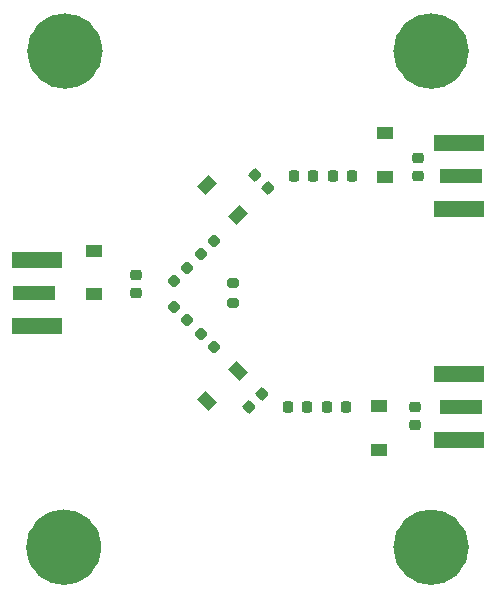
<source format=gbr>
G04 #@! TF.GenerationSoftware,KiCad,Pcbnew,(6.0.4)*
G04 #@! TF.CreationDate,2022-07-08T01:04:45-04:00*
G04 #@! TF.ProjectId,power_divider,706f7765-725f-4646-9976-696465722e6b,Version 2*
G04 #@! TF.SameCoordinates,Original*
G04 #@! TF.FileFunction,Soldermask,Top*
G04 #@! TF.FilePolarity,Negative*
%FSLAX46Y46*%
G04 Gerber Fmt 4.6, Leading zero omitted, Abs format (unit mm)*
G04 Created by KiCad (PCBNEW (6.0.4)) date 2022-07-08 01:04:45*
%MOMM*%
%LPD*%
G01*
G04 APERTURE LIST*
G04 Aperture macros list*
%AMRoundRect*
0 Rectangle with rounded corners*
0 $1 Rounding radius*
0 $2 $3 $4 $5 $6 $7 $8 $9 X,Y pos of 4 corners*
0 Add a 4 corners polygon primitive as box body*
4,1,4,$2,$3,$4,$5,$6,$7,$8,$9,$2,$3,0*
0 Add four circle primitives for the rounded corners*
1,1,$1+$1,$2,$3*
1,1,$1+$1,$4,$5*
1,1,$1+$1,$6,$7*
1,1,$1+$1,$8,$9*
0 Add four rect primitives between the rounded corners*
20,1,$1+$1,$2,$3,$4,$5,0*
20,1,$1+$1,$4,$5,$6,$7,0*
20,1,$1+$1,$6,$7,$8,$9,0*
20,1,$1+$1,$8,$9,$2,$3,0*%
%AMRotRect*
0 Rectangle, with rotation*
0 The origin of the aperture is its center*
0 $1 length*
0 $2 width*
0 $3 Rotation angle, in degrees counterclockwise*
0 Add horizontal line*
21,1,$1,$2,0,0,$3*%
G04 Aperture macros list end*
%ADD10C,3.175465*%
%ADD11RoundRect,0.218750X-0.218750X-0.256250X0.218750X-0.256250X0.218750X0.256250X-0.218750X0.256250X0*%
%ADD12RotRect,1.075000X1.400000X135.000000*%
%ADD13RotRect,1.075000X1.400000X225.000000*%
%ADD14RoundRect,0.218750X-0.335876X-0.026517X-0.026517X-0.335876X0.335876X0.026517X0.026517X0.335876X0*%
%ADD15RoundRect,0.225000X0.250000X-0.225000X0.250000X0.225000X-0.250000X0.225000X-0.250000X-0.225000X0*%
%ADD16RoundRect,0.225000X-0.250000X0.225000X-0.250000X-0.225000X0.250000X-0.225000X0.250000X0.225000X0*%
%ADD17RoundRect,0.225000X-0.017678X0.335876X-0.335876X0.017678X0.017678X-0.335876X0.335876X-0.017678X0*%
%ADD18R,3.600000X1.270000*%
%ADD19R,4.200000X1.350000*%
%ADD20RoundRect,0.218750X0.026517X-0.335876X0.335876X-0.026517X-0.026517X0.335876X-0.335876X0.026517X0*%
%ADD21R,1.400000X1.075000*%
%ADD22RoundRect,0.225000X0.335876X0.017678X0.017678X0.335876X-0.335876X-0.017678X-0.017678X-0.335876X0*%
%ADD23RoundRect,0.200000X-0.275000X0.200000X-0.275000X-0.200000X0.275000X-0.200000X0.275000X0.200000X0*%
G04 APERTURE END LIST*
D10*
X121587732Y-57000000D02*
G75*
G03*
X121587732Y-57000000I-1587732J0D01*
G01*
X121487267Y-99000000D02*
G75*
G03*
X121487267Y-99000000I-1587732J0D01*
G01*
X152587732Y-99000000D02*
G75*
G03*
X152587732Y-99000000I-1587732J0D01*
G01*
X152587732Y-57000000D02*
G75*
G03*
X152587732Y-57000000I-1587732J0D01*
G01*
D11*
G04 #@! TO.C,L8*
X138912500Y-87122000D03*
X140487500Y-87122000D03*
G04 #@! TD*
D12*
G04 #@! TO.C,C7*
X134649309Y-70895309D03*
X132050691Y-68296691D03*
G04 #@! TD*
D13*
G04 #@! TO.C,C6*
X134649309Y-84044691D03*
X132050691Y-86643309D03*
G04 #@! TD*
D14*
G04 #@! TO.C,L6*
X129237153Y-78691153D03*
X130350847Y-79804847D03*
G04 #@! TD*
D11*
G04 #@! TO.C,L4*
X142214500Y-87122000D03*
X143789500Y-87122000D03*
G04 #@! TD*
D15*
G04 #@! TO.C,C2*
X149860000Y-67577000D03*
X149860000Y-66027000D03*
G04 #@! TD*
D16*
G04 #@! TO.C,C3*
X149606000Y-87109000D03*
X149606000Y-88659000D03*
G04 #@! TD*
D17*
G04 #@! TO.C,C8*
X136692008Y-86065992D03*
X135595992Y-87162008D03*
G04 #@! TD*
D18*
G04 #@! TO.C,J3*
X153525500Y-87122000D03*
D19*
X153325500Y-84297000D03*
X153325500Y-89947000D03*
G04 #@! TD*
D15*
G04 #@! TO.C,C1*
X125984000Y-77483000D03*
X125984000Y-75933000D03*
G04 #@! TD*
D18*
G04 #@! TO.C,J1*
X117402000Y-77470000D03*
D19*
X117602000Y-74645000D03*
X117602000Y-80295000D03*
G04 #@! TD*
D20*
G04 #@! TO.C,L5*
X129237153Y-76502847D03*
X130350847Y-75389153D03*
G04 #@! TD*
D21*
G04 #@! TO.C,C4*
X122500000Y-77587500D03*
X122500000Y-73912500D03*
G04 #@! TD*
D22*
G04 #@! TO.C,C5*
X137200008Y-68620008D03*
X136103992Y-67523992D03*
G04 #@! TD*
D14*
G04 #@! TO.C,L2*
X131523153Y-80977153D03*
X132636847Y-82090847D03*
G04 #@! TD*
D18*
G04 #@! TO.C,J2*
X153525500Y-67564000D03*
D19*
X153325500Y-64739000D03*
X153325500Y-70389000D03*
G04 #@! TD*
D21*
G04 #@! TO.C,C9*
X147066000Y-67623500D03*
X147066000Y-63948500D03*
G04 #@! TD*
D20*
G04 #@! TO.C,L1*
X131523153Y-74216847D03*
X132636847Y-73103153D03*
G04 #@! TD*
D23*
G04 #@! TO.C,R1*
X134250000Y-76645000D03*
X134250000Y-78295000D03*
G04 #@! TD*
D21*
G04 #@! TO.C,C10*
X146558000Y-87062500D03*
X146558000Y-90737500D03*
G04 #@! TD*
D11*
G04 #@! TO.C,L7*
X139420500Y-67564000D03*
X140995500Y-67564000D03*
G04 #@! TD*
G04 #@! TO.C,L3*
X142722500Y-67564000D03*
X144297500Y-67564000D03*
G04 #@! TD*
M02*

</source>
